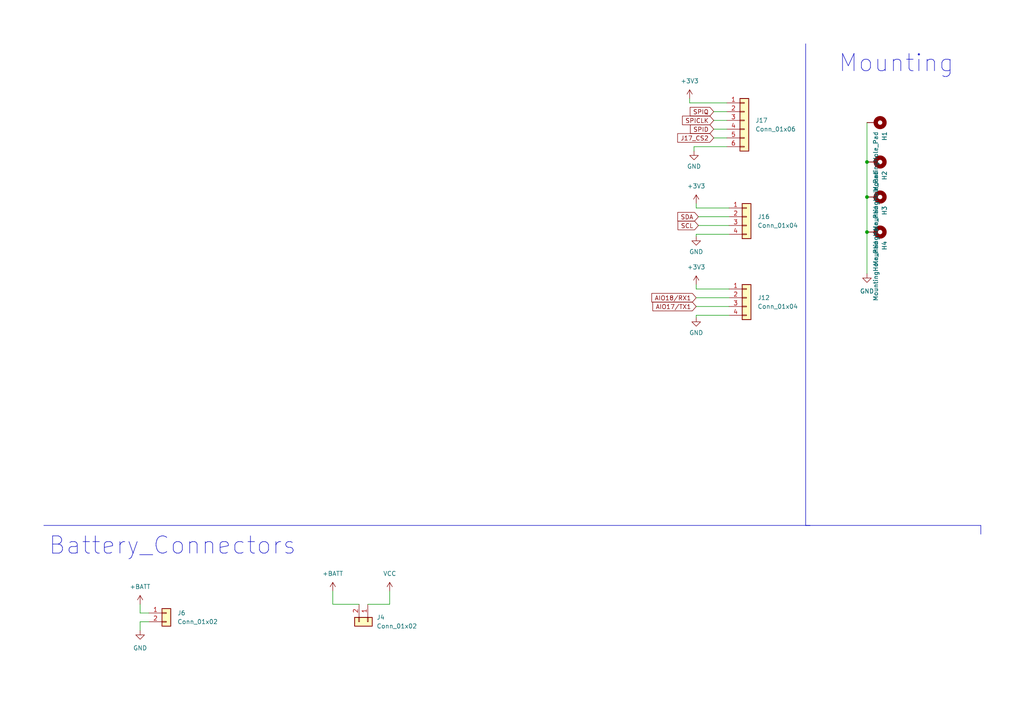
<source format=kicad_sch>
(kicad_sch (version 20230121) (generator eeschema)

  (uuid a9097a2a-9fde-42c6-a52b-6da2db85db8c)

  (paper "A4")

  (lib_symbols
    (symbol "Connector_Generic:Conn_01x02" (pin_names (offset 1.016) hide) (in_bom yes) (on_board yes)
      (property "Reference" "J" (at 0 2.54 0)
        (effects (font (size 1.27 1.27)))
      )
      (property "Value" "Conn_01x02" (at 0 -5.08 0)
        (effects (font (size 1.27 1.27)))
      )
      (property "Footprint" "" (at 0 0 0)
        (effects (font (size 1.27 1.27)) hide)
      )
      (property "Datasheet" "~" (at 0 0 0)
        (effects (font (size 1.27 1.27)) hide)
      )
      (property "ki_keywords" "connector" (at 0 0 0)
        (effects (font (size 1.27 1.27)) hide)
      )
      (property "ki_description" "Generic connector, single row, 01x02, script generated (kicad-library-utils/schlib/autogen/connector/)" (at 0 0 0)
        (effects (font (size 1.27 1.27)) hide)
      )
      (property "ki_fp_filters" "Connector*:*_1x??_*" (at 0 0 0)
        (effects (font (size 1.27 1.27)) hide)
      )
      (symbol "Conn_01x02_1_1"
        (rectangle (start -1.27 -2.413) (end 0 -2.667)
          (stroke (width 0.1524) (type default))
          (fill (type none))
        )
        (rectangle (start -1.27 0.127) (end 0 -0.127)
          (stroke (width 0.1524) (type default))
          (fill (type none))
        )
        (rectangle (start -1.27 1.27) (end 1.27 -3.81)
          (stroke (width 0.254) (type default))
          (fill (type background))
        )
        (pin passive line (at -5.08 0 0) (length 3.81)
          (name "Pin_1" (effects (font (size 1.27 1.27))))
          (number "1" (effects (font (size 1.27 1.27))))
        )
        (pin passive line (at -5.08 -2.54 0) (length 3.81)
          (name "Pin_2" (effects (font (size 1.27 1.27))))
          (number "2" (effects (font (size 1.27 1.27))))
        )
      )
    )
    (symbol "Connector_Generic:Conn_01x04" (pin_names (offset 1.016) hide) (in_bom yes) (on_board yes)
      (property "Reference" "J" (at 0 5.08 0)
        (effects (font (size 1.27 1.27)))
      )
      (property "Value" "Conn_01x04" (at 0 -7.62 0)
        (effects (font (size 1.27 1.27)))
      )
      (property "Footprint" "" (at 0 0 0)
        (effects (font (size 1.27 1.27)) hide)
      )
      (property "Datasheet" "~" (at 0 0 0)
        (effects (font (size 1.27 1.27)) hide)
      )
      (property "ki_keywords" "connector" (at 0 0 0)
        (effects (font (size 1.27 1.27)) hide)
      )
      (property "ki_description" "Generic connector, single row, 01x04, script generated (kicad-library-utils/schlib/autogen/connector/)" (at 0 0 0)
        (effects (font (size 1.27 1.27)) hide)
      )
      (property "ki_fp_filters" "Connector*:*_1x??_*" (at 0 0 0)
        (effects (font (size 1.27 1.27)) hide)
      )
      (symbol "Conn_01x04_1_1"
        (rectangle (start -1.27 -4.953) (end 0 -5.207)
          (stroke (width 0.1524) (type default))
          (fill (type none))
        )
        (rectangle (start -1.27 -2.413) (end 0 -2.667)
          (stroke (width 0.1524) (type default))
          (fill (type none))
        )
        (rectangle (start -1.27 0.127) (end 0 -0.127)
          (stroke (width 0.1524) (type default))
          (fill (type none))
        )
        (rectangle (start -1.27 2.667) (end 0 2.413)
          (stroke (width 0.1524) (type default))
          (fill (type none))
        )
        (rectangle (start -1.27 3.81) (end 1.27 -6.35)
          (stroke (width 0.254) (type default))
          (fill (type background))
        )
        (pin passive line (at -5.08 2.54 0) (length 3.81)
          (name "Pin_1" (effects (font (size 1.27 1.27))))
          (number "1" (effects (font (size 1.27 1.27))))
        )
        (pin passive line (at -5.08 0 0) (length 3.81)
          (name "Pin_2" (effects (font (size 1.27 1.27))))
          (number "2" (effects (font (size 1.27 1.27))))
        )
        (pin passive line (at -5.08 -2.54 0) (length 3.81)
          (name "Pin_3" (effects (font (size 1.27 1.27))))
          (number "3" (effects (font (size 1.27 1.27))))
        )
        (pin passive line (at -5.08 -5.08 0) (length 3.81)
          (name "Pin_4" (effects (font (size 1.27 1.27))))
          (number "4" (effects (font (size 1.27 1.27))))
        )
      )
    )
    (symbol "Connector_Generic:Conn_01x06" (pin_names (offset 1.016) hide) (in_bom yes) (on_board yes)
      (property "Reference" "J" (at 0 7.62 0)
        (effects (font (size 1.27 1.27)))
      )
      (property "Value" "Conn_01x06" (at 0 -10.16 0)
        (effects (font (size 1.27 1.27)))
      )
      (property "Footprint" "" (at 0 0 0)
        (effects (font (size 1.27 1.27)) hide)
      )
      (property "Datasheet" "~" (at 0 0 0)
        (effects (font (size 1.27 1.27)) hide)
      )
      (property "ki_keywords" "connector" (at 0 0 0)
        (effects (font (size 1.27 1.27)) hide)
      )
      (property "ki_description" "Generic connector, single row, 01x06, script generated (kicad-library-utils/schlib/autogen/connector/)" (at 0 0 0)
        (effects (font (size 1.27 1.27)) hide)
      )
      (property "ki_fp_filters" "Connector*:*_1x??_*" (at 0 0 0)
        (effects (font (size 1.27 1.27)) hide)
      )
      (symbol "Conn_01x06_1_1"
        (rectangle (start -1.27 -7.493) (end 0 -7.747)
          (stroke (width 0.1524) (type default))
          (fill (type none))
        )
        (rectangle (start -1.27 -4.953) (end 0 -5.207)
          (stroke (width 0.1524) (type default))
          (fill (type none))
        )
        (rectangle (start -1.27 -2.413) (end 0 -2.667)
          (stroke (width 0.1524) (type default))
          (fill (type none))
        )
        (rectangle (start -1.27 0.127) (end 0 -0.127)
          (stroke (width 0.1524) (type default))
          (fill (type none))
        )
        (rectangle (start -1.27 2.667) (end 0 2.413)
          (stroke (width 0.1524) (type default))
          (fill (type none))
        )
        (rectangle (start -1.27 5.207) (end 0 4.953)
          (stroke (width 0.1524) (type default))
          (fill (type none))
        )
        (rectangle (start -1.27 6.35) (end 1.27 -8.89)
          (stroke (width 0.254) (type default))
          (fill (type background))
        )
        (pin passive line (at -5.08 5.08 0) (length 3.81)
          (name "Pin_1" (effects (font (size 1.27 1.27))))
          (number "1" (effects (font (size 1.27 1.27))))
        )
        (pin passive line (at -5.08 2.54 0) (length 3.81)
          (name "Pin_2" (effects (font (size 1.27 1.27))))
          (number "2" (effects (font (size 1.27 1.27))))
        )
        (pin passive line (at -5.08 0 0) (length 3.81)
          (name "Pin_3" (effects (font (size 1.27 1.27))))
          (number "3" (effects (font (size 1.27 1.27))))
        )
        (pin passive line (at -5.08 -2.54 0) (length 3.81)
          (name "Pin_4" (effects (font (size 1.27 1.27))))
          (number "4" (effects (font (size 1.27 1.27))))
        )
        (pin passive line (at -5.08 -5.08 0) (length 3.81)
          (name "Pin_5" (effects (font (size 1.27 1.27))))
          (number "5" (effects (font (size 1.27 1.27))))
        )
        (pin passive line (at -5.08 -7.62 0) (length 3.81)
          (name "Pin_6" (effects (font (size 1.27 1.27))))
          (number "6" (effects (font (size 1.27 1.27))))
        )
      )
    )
    (symbol "Mechanical:MountingHole_Pad" (pin_numbers hide) (pin_names (offset 1.016) hide) (in_bom yes) (on_board yes)
      (property "Reference" "H" (at 0 6.35 0)
        (effects (font (size 1.27 1.27)))
      )
      (property "Value" "MountingHole_Pad" (at 0 4.445 0)
        (effects (font (size 1.27 1.27)))
      )
      (property "Footprint" "" (at 0 0 0)
        (effects (font (size 1.27 1.27)) hide)
      )
      (property "Datasheet" "~" (at 0 0 0)
        (effects (font (size 1.27 1.27)) hide)
      )
      (property "ki_keywords" "mounting hole" (at 0 0 0)
        (effects (font (size 1.27 1.27)) hide)
      )
      (property "ki_description" "Mounting Hole with connection" (at 0 0 0)
        (effects (font (size 1.27 1.27)) hide)
      )
      (property "ki_fp_filters" "MountingHole*Pad*" (at 0 0 0)
        (effects (font (size 1.27 1.27)) hide)
      )
      (symbol "MountingHole_Pad_0_1"
        (circle (center 0 1.27) (radius 1.27)
          (stroke (width 1.27) (type default))
          (fill (type none))
        )
      )
      (symbol "MountingHole_Pad_1_1"
        (pin input line (at 0 -2.54 90) (length 2.54)
          (name "1" (effects (font (size 1.27 1.27))))
          (number "1" (effects (font (size 1.27 1.27))))
        )
      )
    )
    (symbol "power:+3.3V" (power) (pin_names (offset 0)) (in_bom yes) (on_board yes)
      (property "Reference" "#PWR" (at 0 -3.81 0)
        (effects (font (size 1.27 1.27)) hide)
      )
      (property "Value" "+3.3V" (at 0 3.556 0)
        (effects (font (size 1.27 1.27)))
      )
      (property "Footprint" "" (at 0 0 0)
        (effects (font (size 1.27 1.27)) hide)
      )
      (property "Datasheet" "" (at 0 0 0)
        (effects (font (size 1.27 1.27)) hide)
      )
      (property "ki_keywords" "power-flag" (at 0 0 0)
        (effects (font (size 1.27 1.27)) hide)
      )
      (property "ki_description" "Power symbol creates a global label with name \"+3.3V\"" (at 0 0 0)
        (effects (font (size 1.27 1.27)) hide)
      )
      (symbol "+3.3V_0_1"
        (polyline
          (pts
            (xy -0.762 1.27)
            (xy 0 2.54)
          )
          (stroke (width 0) (type default))
          (fill (type none))
        )
        (polyline
          (pts
            (xy 0 0)
            (xy 0 2.54)
          )
          (stroke (width 0) (type default))
          (fill (type none))
        )
        (polyline
          (pts
            (xy 0 2.54)
            (xy 0.762 1.27)
          )
          (stroke (width 0) (type default))
          (fill (type none))
        )
      )
      (symbol "+3.3V_1_1"
        (pin power_in line (at 0 0 90) (length 0) hide
          (name "+3V3" (effects (font (size 1.27 1.27))))
          (number "1" (effects (font (size 1.27 1.27))))
        )
      )
    )
    (symbol "power:+BATT" (power) (pin_names (offset 0)) (in_bom yes) (on_board yes)
      (property "Reference" "#PWR" (at 0 -3.81 0)
        (effects (font (size 1.27 1.27)) hide)
      )
      (property "Value" "+BATT" (at 0 3.556 0)
        (effects (font (size 1.27 1.27)))
      )
      (property "Footprint" "" (at 0 0 0)
        (effects (font (size 1.27 1.27)) hide)
      )
      (property "Datasheet" "" (at 0 0 0)
        (effects (font (size 1.27 1.27)) hide)
      )
      (property "ki_keywords" "power-flag battery" (at 0 0 0)
        (effects (font (size 1.27 1.27)) hide)
      )
      (property "ki_description" "Power symbol creates a global label with name \"+BATT\"" (at 0 0 0)
        (effects (font (size 1.27 1.27)) hide)
      )
      (symbol "+BATT_0_1"
        (polyline
          (pts
            (xy -0.762 1.27)
            (xy 0 2.54)
          )
          (stroke (width 0) (type default))
          (fill (type none))
        )
        (polyline
          (pts
            (xy 0 0)
            (xy 0 2.54)
          )
          (stroke (width 0) (type default))
          (fill (type none))
        )
        (polyline
          (pts
            (xy 0 2.54)
            (xy 0.762 1.27)
          )
          (stroke (width 0) (type default))
          (fill (type none))
        )
      )
      (symbol "+BATT_1_1"
        (pin power_in line (at 0 0 90) (length 0) hide
          (name "+BATT" (effects (font (size 1.27 1.27))))
          (number "1" (effects (font (size 1.27 1.27))))
        )
      )
    )
    (symbol "power:GND" (power) (pin_names (offset 0)) (in_bom yes) (on_board yes)
      (property "Reference" "#PWR" (at 0 -6.35 0)
        (effects (font (size 1.27 1.27)) hide)
      )
      (property "Value" "GND" (at 0 -3.81 0)
        (effects (font (size 1.27 1.27)))
      )
      (property "Footprint" "" (at 0 0 0)
        (effects (font (size 1.27 1.27)) hide)
      )
      (property "Datasheet" "" (at 0 0 0)
        (effects (font (size 1.27 1.27)) hide)
      )
      (property "ki_keywords" "power-flag" (at 0 0 0)
        (effects (font (size 1.27 1.27)) hide)
      )
      (property "ki_description" "Power symbol creates a global label with name \"GND\" , ground" (at 0 0 0)
        (effects (font (size 1.27 1.27)) hide)
      )
      (symbol "GND_0_1"
        (polyline
          (pts
            (xy 0 0)
            (xy 0 -1.27)
            (xy 1.27 -1.27)
            (xy 0 -2.54)
            (xy -1.27 -1.27)
            (xy 0 -1.27)
          )
          (stroke (width 0) (type default))
          (fill (type none))
        )
      )
      (symbol "GND_1_1"
        (pin power_in line (at 0 0 270) (length 0) hide
          (name "GND" (effects (font (size 1.27 1.27))))
          (number "1" (effects (font (size 1.27 1.27))))
        )
      )
    )
    (symbol "power:VCC" (power) (pin_names (offset 0)) (in_bom yes) (on_board yes)
      (property "Reference" "#PWR" (at 0 -3.81 0)
        (effects (font (size 1.27 1.27)) hide)
      )
      (property "Value" "VCC" (at 0 3.81 0)
        (effects (font (size 1.27 1.27)))
      )
      (property "Footprint" "" (at 0 0 0)
        (effects (font (size 1.27 1.27)) hide)
      )
      (property "Datasheet" "" (at 0 0 0)
        (effects (font (size 1.27 1.27)) hide)
      )
      (property "ki_keywords" "power-flag" (at 0 0 0)
        (effects (font (size 1.27 1.27)) hide)
      )
      (property "ki_description" "Power symbol creates a global label with name \"VCC\"" (at 0 0 0)
        (effects (font (size 1.27 1.27)) hide)
      )
      (symbol "VCC_0_1"
        (polyline
          (pts
            (xy -0.762 1.27)
            (xy 0 2.54)
          )
          (stroke (width 0) (type default))
          (fill (type none))
        )
        (polyline
          (pts
            (xy 0 0)
            (xy 0 2.54)
          )
          (stroke (width 0) (type default))
          (fill (type none))
        )
        (polyline
          (pts
            (xy 0 2.54)
            (xy 0.762 1.27)
          )
          (stroke (width 0) (type default))
          (fill (type none))
        )
      )
      (symbol "VCC_1_1"
        (pin power_in line (at 0 0 90) (length 0) hide
          (name "VCC" (effects (font (size 1.27 1.27))))
          (number "1" (effects (font (size 1.27 1.27))))
        )
      )
    )
  )

  (junction (at 251.46 67.31) (diameter 0) (color 0 0 0 0)
    (uuid 59bc4b68-ebac-4b5a-96ab-72221910fb33)
  )
  (junction (at 251.46 46.99) (diameter 0) (color 0 0 0 0)
    (uuid 783d94de-351e-492a-b192-41f73a979ff7)
  )
  (junction (at 251.46 57.15) (diameter 0) (color 0 0 0 0)
    (uuid 8b5994a2-65a0-4973-900a-fbf7f33b80ff)
  )

  (wire (pts (xy 211.455 83.82) (xy 201.93 83.82))
    (stroke (width 0) (type default))
    (uuid 0a42a5ba-cb14-4bb0-975c-c64f4736bfd9)
  )
  (wire (pts (xy 200.025 28.575) (xy 200.025 29.845))
    (stroke (width 0) (type default))
    (uuid 0b33913f-a269-4423-a72a-0abda16c39c2)
  )
  (polyline (pts (xy 233.68 12.7) (xy 233.68 152.4))
    (stroke (width 0) (type default))
    (uuid 14bed621-7378-447b-b242-3f36600d06e3)
  )

  (wire (pts (xy 207.01 32.385) (xy 210.82 32.385))
    (stroke (width 0) (type default))
    (uuid 25610e1d-f532-4660-a6a0-d54522c5ccc3)
  )
  (wire (pts (xy 211.455 60.325) (xy 201.93 60.325))
    (stroke (width 0) (type default))
    (uuid 292ad88c-c609-4a34-b081-e3c201e5b969)
  )
  (polyline (pts (xy 12.7 152.4) (xy 284.48 152.4))
    (stroke (width 0) (type default))
    (uuid 2ce75bdf-664c-4949-8ff4-d2133062635e)
  )

  (wire (pts (xy 202.565 62.865) (xy 211.455 62.865))
    (stroke (width 0) (type default))
    (uuid 32273d73-9aea-43dc-8b1d-5fd14681d5b5)
  )
  (wire (pts (xy 251.46 35.56) (xy 251.46 46.99))
    (stroke (width 0) (type default))
    (uuid 33bc3ba9-b757-451e-9217-ce89b5ee23f8)
  )
  (wire (pts (xy 211.455 67.945) (xy 201.93 67.945))
    (stroke (width 0) (type default))
    (uuid 34f54799-d007-4803-95be-90acb9c9fde1)
  )
  (wire (pts (xy 251.46 67.31) (xy 251.46 79.375))
    (stroke (width 0) (type default))
    (uuid 357e9003-d80c-4e2b-8bef-07c331fec4ec)
  )
  (wire (pts (xy 210.82 42.545) (xy 201.295 42.545))
    (stroke (width 0) (type default))
    (uuid 4b522f1f-62ea-47e3-afaf-2405951d8a1a)
  )
  (wire (pts (xy 43.18 177.8) (xy 40.64 177.8))
    (stroke (width 0) (type default))
    (uuid 515767dd-d016-412f-a294-610c66613777)
  )
  (polyline (pts (xy 233.68 152.4) (xy 234.95 152.4))
    (stroke (width 0) (type default))
    (uuid 614ea16b-3d54-4f22-9ac6-eef2c305cb9e)
  )

  (wire (pts (xy 211.455 91.44) (xy 201.93 91.44))
    (stroke (width 0) (type default))
    (uuid 66417cf0-02e8-4b25-aa2f-20877cf0d16a)
  )
  (wire (pts (xy 201.295 42.545) (xy 201.295 43.815))
    (stroke (width 0) (type default))
    (uuid 66daa9c4-81b5-4c79-93e9-0eaaffc1b8b3)
  )
  (wire (pts (xy 201.93 59.055) (xy 201.93 60.325))
    (stroke (width 0) (type default))
    (uuid 6926cc5a-a9df-4cc2-8ad1-089b322765a5)
  )
  (wire (pts (xy 201.93 82.55) (xy 201.93 83.82))
    (stroke (width 0) (type default))
    (uuid 6d1a05c5-22e4-4d64-bfe4-b8a8fd0cfc1d)
  )
  (wire (pts (xy 207.01 40.005) (xy 210.82 40.005))
    (stroke (width 0) (type default))
    (uuid 78d999af-42b3-427f-899a-545de75b9744)
  )
  (wire (pts (xy 202.565 65.405) (xy 211.455 65.405))
    (stroke (width 0) (type default))
    (uuid 7ce2bf31-9258-4de9-bb68-9dc6bb16b718)
  )
  (wire (pts (xy 104.14 175.26) (xy 96.52 175.26))
    (stroke (width 0) (type default))
    (uuid 8040e46f-9085-4620-8205-879de521a2e4)
  )
  (wire (pts (xy 96.52 171.45) (xy 96.52 175.26))
    (stroke (width 0) (type default))
    (uuid 85009490-4cdb-4b0f-abc4-35962403c585)
  )
  (polyline (pts (xy 284.48 152.4) (xy 284.48 154.94))
    (stroke (width 0) (type default))
    (uuid 897b5cb1-654b-4f0f-a3ee-6bade42ffefb)
  )

  (wire (pts (xy 251.46 46.99) (xy 251.46 57.15))
    (stroke (width 0) (type default))
    (uuid 99043b71-9056-4c5e-a94f-c7db4ce1f750)
  )
  (wire (pts (xy 40.64 180.34) (xy 40.64 182.88))
    (stroke (width 0) (type default))
    (uuid 9f140f6f-b8f0-49f9-ac08-e17461d4abb1)
  )
  (wire (pts (xy 207.01 37.465) (xy 210.82 37.465))
    (stroke (width 0) (type default))
    (uuid a206be2c-ed72-4e1e-a18b-aa4335254628)
  )
  (wire (pts (xy 113.03 171.45) (xy 113.03 175.26))
    (stroke (width 0) (type default))
    (uuid a807dc60-dce8-4138-b1f5-06711ab9a280)
  )
  (wire (pts (xy 207.01 34.925) (xy 210.82 34.925))
    (stroke (width 0) (type default))
    (uuid ad16fc84-7c26-475e-9f0c-e00669788a6c)
  )
  (wire (pts (xy 201.93 86.36) (xy 211.455 86.36))
    (stroke (width 0) (type default))
    (uuid b0c0d847-340b-4225-acc1-183cc2ede9fd)
  )
  (wire (pts (xy 43.18 180.34) (xy 40.64 180.34))
    (stroke (width 0) (type default))
    (uuid ba25714a-2942-479c-86f0-781d4ddc3d33)
  )
  (wire (pts (xy 201.93 88.9) (xy 211.455 88.9))
    (stroke (width 0) (type default))
    (uuid c5706676-31c9-4d2a-97c0-0c5865317cd2)
  )
  (wire (pts (xy 251.46 57.15) (xy 251.46 67.31))
    (stroke (width 0) (type default))
    (uuid d3e44e41-09f5-4b93-8b45-a453002dd717)
  )
  (wire (pts (xy 210.82 29.845) (xy 200.025 29.845))
    (stroke (width 0) (type default))
    (uuid d5f3dda9-cb3e-4485-86a5-2024bbe7ba58)
  )
  (wire (pts (xy 201.93 91.44) (xy 201.93 92.075))
    (stroke (width 0) (type default))
    (uuid e68b3990-8a6b-4790-8c1b-dace56445be7)
  )
  (wire (pts (xy 106.68 175.26) (xy 113.03 175.26))
    (stroke (width 0) (type default))
    (uuid e74b4384-c2fb-41f1-b799-e1a0774d3edf)
  )
  (wire (pts (xy 40.64 175.26) (xy 40.64 177.8))
    (stroke (width 0) (type default))
    (uuid ef535116-2a8d-4f09-9e81-6f8d70d5ba44)
  )
  (wire (pts (xy 201.93 67.945) (xy 201.93 68.58))
    (stroke (width 0) (type default))
    (uuid f6248e18-9694-4940-9f52-e9013acaf5de)
  )

  (text "Mounting " (at 243.078 21.3868 0)
    (effects (font (size 5 5)) (justify left bottom))
    (uuid c5ae1d08-c422-4aff-8b02-bd2aee234fb0)
  )
  (text "Battery_Connectors" (at 13.97 161.29 0)
    (effects (font (size 5 5)) (justify left bottom))
    (uuid fdf4e96b-354a-4c9d-aac1-54e9c3c4df42)
  )

  (global_label "SPIQ" (shape input) (at 207.01 32.385 180) (fields_autoplaced)
    (effects (font (size 1.27 1.27)) (justify right))
    (uuid 0c853234-dedd-4390-ac6f-ca1db9045f47)
    (property "Intersheetrefs" "${INTERSHEET_REFS}" (at 200.271 32.3056 0)
      (effects (font (size 1.27 1.27)) (justify right) hide)
    )
  )
  (global_label "SPID" (shape input) (at 207.01 37.465 180) (fields_autoplaced)
    (effects (font (size 1.27 1.27)) (justify right))
    (uuid 2fd94add-0249-46fe-8670-53c50e379501)
    (property "Intersheetrefs" "${INTERSHEET_REFS}" (at 200.3315 37.3856 0)
      (effects (font (size 1.27 1.27)) (justify right) hide)
    )
  )
  (global_label "SCL" (shape input) (at 202.565 65.405 180) (fields_autoplaced)
    (effects (font (size 1.27 1.27)) (justify right))
    (uuid 52fe1d28-87b0-4d01-8fef-aad627a5b22f)
    (property "Intersheetrefs" "${INTERSHEET_REFS}" (at 196.7332 65.3256 0)
      (effects (font (size 1.27 1.27)) (justify right) hide)
    )
  )
  (global_label "SDA" (shape input) (at 202.565 62.865 180) (fields_autoplaced)
    (effects (font (size 1.27 1.27)) (justify right))
    (uuid 5db0e8f7-853d-4bfd-b058-31a29010fd44)
    (property "Intersheetrefs" "${INTERSHEET_REFS}" (at 196.6727 62.7856 0)
      (effects (font (size 1.27 1.27)) (justify right) hide)
    )
  )
  (global_label "AIO17{slash}TX1" (shape input) (at 201.93 88.9 180) (fields_autoplaced)
    (effects (font (size 1.27 1.27)) (justify right))
    (uuid 5e73c4df-15fd-406c-99e1-4923c12779c3)
    (property "Intersheetrefs" "${INTERSHEET_REFS}" (at 189.4458 88.9794 0)
      (effects (font (size 1.27 1.27)) (justify right) hide)
    )
  )
  (global_label "AIO18{slash}RX1" (shape input) (at 201.93 86.36 180) (fields_autoplaced)
    (effects (font (size 1.27 1.27)) (justify right))
    (uuid 6cc3b9cd-599d-4335-a54f-e9659eae73d5)
    (property "Intersheetrefs" "${INTERSHEET_REFS}" (at 189.1434 86.4394 0)
      (effects (font (size 1.27 1.27)) (justify right) hide)
    )
  )
  (global_label "J17_CS2" (shape input) (at 207.01 40.005 180) (fields_autoplaced)
    (effects (font (size 1.27 1.27)) (justify right))
    (uuid 74fff1ef-add4-482d-be3a-dce5dcca9104)
    (property "Intersheetrefs" "${INTERSHEET_REFS}" (at 196.6358 40.005 0)
      (effects (font (size 1.27 1.27)) (justify right) hide)
    )
  )
  (global_label "SPICLK" (shape input) (at 207.01 34.925 180) (fields_autoplaced)
    (effects (font (size 1.27 1.27)) (justify right))
    (uuid 7978c4a0-cf66-4cf0-8ba1-e6609225f7d5)
    (property "Intersheetrefs" "${INTERSHEET_REFS}" (at 198.0334 34.8456 0)
      (effects (font (size 1.27 1.27)) (justify right) hide)
    )
  )

  (symbol (lib_id "Mechanical:MountingHole_Pad") (at 254 67.31 270) (unit 1)
    (in_bom yes) (on_board yes) (dnp no) (fields_autoplaced)
    (uuid 04803f7f-b922-4266-9d25-b5dae9550206)
    (property "Reference" "H4" (at 256.5401 69.85 0)
      (effects (font (size 1.27 1.27)) (justify left))
    )
    (property "Value" "MountingHole_Pad" (at 254.0001 69.85 0)
      (effects (font (size 1.27 1.27)) (justify left))
    )
    (property "Footprint" "MountingHole:MountingHole_3.5mm_Pad" (at 254 67.31 0)
      (effects (font (size 1.27 1.27)) hide)
    )
    (property "Datasheet" "~" (at 254 67.31 0)
      (effects (font (size 1.27 1.27)) hide)
    )
    (pin "1" (uuid 58e1c615-0966-42a0-a91b-875b3d13162c))
    (instances
      (project "AvionicsV0"
        (path "/e63e39d7-6ac0-4ffd-8aa3-1841a4541b55/948e17a4-3323-4e8b-8f06-cbf9d51cce76"
          (reference "H4") (unit 1)
        )
      )
    )
  )

  (symbol (lib_id "Connector_Generic:Conn_01x04") (at 216.535 62.865 0) (unit 1)
    (in_bom yes) (on_board yes) (dnp no) (fields_autoplaced)
    (uuid 093b114e-95ed-40cd-82eb-3c0258fb005a)
    (property "Reference" "J16" (at 219.71 62.8649 0)
      (effects (font (size 1.27 1.27)) (justify left))
    )
    (property "Value" "Conn_01x04" (at 219.71 65.4049 0)
      (effects (font (size 1.27 1.27)) (justify left))
    )
    (property "Footprint" "Global Footprints:CONN_S4B-PH-SM4-TBLFSN_JST" (at 216.535 62.865 0)
      (effects (font (size 1.27 1.27)) hide)
    )
    (property "Datasheet" "~" (at 216.535 62.865 0)
      (effects (font (size 1.27 1.27)) hide)
    )
    (pin "1" (uuid d40f3698-0b0d-4efa-aac8-3d42ce62db59))
    (pin "2" (uuid 4af2d240-d2c2-4522-b989-a75432c13dd6))
    (pin "3" (uuid 68431322-b6f8-43eb-9e86-564d5d15728d))
    (pin "4" (uuid 1fa06c07-4b74-4a79-a9ba-d03e37b3e225))
    (instances
      (project "AvionicsV0"
        (path "/e63e39d7-6ac0-4ffd-8aa3-1841a4541b55/948e17a4-3323-4e8b-8f06-cbf9d51cce76"
          (reference "J16") (unit 1)
        )
      )
    )
  )

  (symbol (lib_id "power:VCC") (at 113.03 171.45 0) (unit 1)
    (in_bom yes) (on_board yes) (dnp no) (fields_autoplaced)
    (uuid 399f31f4-49d1-4d24-ae60-50873ef4a5cc)
    (property "Reference" "#PWR0122" (at 113.03 175.26 0)
      (effects (font (size 1.27 1.27)) hide)
    )
    (property "Value" "VCC" (at 113.03 166.37 0)
      (effects (font (size 1.27 1.27)))
    )
    (property "Footprint" "" (at 113.03 171.45 0)
      (effects (font (size 1.27 1.27)) hide)
    )
    (property "Datasheet" "" (at 113.03 171.45 0)
      (effects (font (size 1.27 1.27)) hide)
    )
    (pin "1" (uuid c88816f0-96fc-4148-80b4-0bff95e0c97c))
    (instances
      (project "AvionicsV0"
        (path "/e63e39d7-6ac0-4ffd-8aa3-1841a4541b55/948e17a4-3323-4e8b-8f06-cbf9d51cce76"
          (reference "#PWR0122") (unit 1)
        )
      )
    )
  )

  (symbol (lib_id "power:+3.3V") (at 201.93 59.055 0) (unit 1)
    (in_bom yes) (on_board yes) (dnp no) (fields_autoplaced)
    (uuid 4273cfb6-65f0-4c66-97b5-ecdc7302da1c)
    (property "Reference" "#PWR0176" (at 201.93 62.865 0)
      (effects (font (size 1.27 1.27)) hide)
    )
    (property "Value" "+3.3V" (at 201.93 53.975 0)
      (effects (font (size 1.27 1.27)))
    )
    (property "Footprint" "" (at 201.93 59.055 0)
      (effects (font (size 1.27 1.27)) hide)
    )
    (property "Datasheet" "" (at 201.93 59.055 0)
      (effects (font (size 1.27 1.27)) hide)
    )
    (pin "1" (uuid 27948daf-2c72-4d76-9bb2-d6479bf64580))
    (instances
      (project "AvionicsV0"
        (path "/e63e39d7-6ac0-4ffd-8aa3-1841a4541b55/948e17a4-3323-4e8b-8f06-cbf9d51cce76"
          (reference "#PWR0176") (unit 1)
        )
      )
    )
  )

  (symbol (lib_id "power:GND") (at 40.64 182.88 0) (unit 1)
    (in_bom yes) (on_board yes) (dnp no) (fields_autoplaced)
    (uuid 44d033ea-30c1-466e-9df6-8dc703944615)
    (property "Reference" "#PWR0125" (at 40.64 189.23 0)
      (effects (font (size 1.27 1.27)) hide)
    )
    (property "Value" "GND" (at 40.64 187.96 0)
      (effects (font (size 1.27 1.27)))
    )
    (property "Footprint" "" (at 40.64 182.88 0)
      (effects (font (size 1.27 1.27)) hide)
    )
    (property "Datasheet" "" (at 40.64 182.88 0)
      (effects (font (size 1.27 1.27)) hide)
    )
    (pin "1" (uuid ec8b9584-ee6c-4873-be3b-f1431ce34a1c))
    (instances
      (project "AvionicsV0"
        (path "/e63e39d7-6ac0-4ffd-8aa3-1841a4541b55/948e17a4-3323-4e8b-8f06-cbf9d51cce76"
          (reference "#PWR0125") (unit 1)
        )
      )
    )
  )

  (symbol (lib_id "Connector_Generic:Conn_01x02") (at 48.26 177.8 0) (unit 1)
    (in_bom yes) (on_board yes) (dnp no) (fields_autoplaced)
    (uuid 62e6bdff-cfbb-4ca4-8d2b-9934a718df37)
    (property "Reference" "J6" (at 51.435 177.7999 0)
      (effects (font (size 1.27 1.27)) (justify left))
    )
    (property "Value" "Conn_01x02" (at 51.435 180.3399 0)
      (effects (font (size 1.27 1.27)) (justify left))
    )
    (property "Footprint" "Global Footprints:OST_OSTTE020104" (at 48.26 177.8 0)
      (effects (font (size 1.27 1.27)) hide)
    )
    (property "Datasheet" "~" (at 48.26 177.8 0)
      (effects (font (size 1.27 1.27)) hide)
    )
    (pin "1" (uuid 373a5dc0-5202-499e-87ac-4e2cdf5dd02d))
    (pin "2" (uuid 15e42757-ad28-4802-82ca-f328f00173fd))
    (instances
      (project "AvionicsV0"
        (path "/e63e39d7-6ac0-4ffd-8aa3-1841a4541b55/948e17a4-3323-4e8b-8f06-cbf9d51cce76"
          (reference "J6") (unit 1)
        )
      )
    )
  )

  (symbol (lib_id "Connector_Generic:Conn_01x04") (at 216.535 86.36 0) (unit 1)
    (in_bom yes) (on_board yes) (dnp no) (fields_autoplaced)
    (uuid 6be8be66-ef90-4a56-bd8a-9d5ed4e60a8b)
    (property "Reference" "J12" (at 219.71 86.3599 0)
      (effects (font (size 1.27 1.27)) (justify left))
    )
    (property "Value" "Conn_01x04" (at 219.71 88.8999 0)
      (effects (font (size 1.27 1.27)) (justify left))
    )
    (property "Footprint" "Global Footprints:CONN_S4B-PH-SM4-TBLFSN_JST" (at 216.535 86.36 0)
      (effects (font (size 1.27 1.27)) hide)
    )
    (property "Datasheet" "~" (at 216.535 86.36 0)
      (effects (font (size 1.27 1.27)) hide)
    )
    (pin "1" (uuid 213bfbe0-3448-45a7-b876-c23e5b13d65d))
    (pin "2" (uuid fddf89ef-557e-493f-8d79-05760fbdfd96))
    (pin "3" (uuid 0212e66b-f670-442a-a85c-0fb7e80a6e14))
    (pin "4" (uuid 19977c76-2189-471e-a863-a65cc1cbf184))
    (instances
      (project "AvionicsV0"
        (path "/e63e39d7-6ac0-4ffd-8aa3-1841a4541b55/948e17a4-3323-4e8b-8f06-cbf9d51cce76"
          (reference "J12") (unit 1)
        )
      )
    )
  )

  (symbol (lib_id "power:+BATT") (at 96.52 171.45 0) (unit 1)
    (in_bom yes) (on_board yes) (dnp no) (fields_autoplaced)
    (uuid 6ccb8509-0a28-45b8-9448-0b3d320723fb)
    (property "Reference" "#PWR0121" (at 96.52 175.26 0)
      (effects (font (size 1.27 1.27)) hide)
    )
    (property "Value" "+BATT" (at 96.52 166.37 0)
      (effects (font (size 1.27 1.27)))
    )
    (property "Footprint" "" (at 96.52 171.45 0)
      (effects (font (size 1.27 1.27)) hide)
    )
    (property "Datasheet" "" (at 96.52 171.45 0)
      (effects (font (size 1.27 1.27)) hide)
    )
    (pin "1" (uuid 5fcb713d-d516-4afc-a911-c5ecdde8734e))
    (instances
      (project "AvionicsV0"
        (path "/e63e39d7-6ac0-4ffd-8aa3-1841a4541b55/948e17a4-3323-4e8b-8f06-cbf9d51cce76"
          (reference "#PWR0121") (unit 1)
        )
      )
    )
  )

  (symbol (lib_id "Connector_Generic:Conn_01x06") (at 215.9 34.925 0) (unit 1)
    (in_bom yes) (on_board yes) (dnp no) (fields_autoplaced)
    (uuid 6dcbde98-119f-4b3e-8182-879a79d4fbed)
    (property "Reference" "J17" (at 219.075 34.9249 0)
      (effects (font (size 1.27 1.27)) (justify left))
    )
    (property "Value" "Conn_01x06" (at 219.075 37.4649 0)
      (effects (font (size 1.27 1.27)) (justify left))
    )
    (property "Footprint" "Global Footprints:JST_S6B-PH-SM4-TB(LF)(SN)" (at 215.9 34.925 0)
      (effects (font (size 1.27 1.27)) hide)
    )
    (property "Datasheet" "~" (at 215.9 34.925 0)
      (effects (font (size 1.27 1.27)) hide)
    )
    (pin "1" (uuid eb6f0b7e-7e57-4ef6-affa-f88dc9e60f7a))
    (pin "2" (uuid f32e6b77-2cd1-483d-a9bd-1198a3e1b10d))
    (pin "3" (uuid fbd68acd-80f2-410c-ad00-7605e5a0db37))
    (pin "4" (uuid 9edf1717-2ba4-40e0-a937-b74ecd0e6003))
    (pin "5" (uuid d34268d8-a062-44dd-820a-570a995ac3cd))
    (pin "6" (uuid 498e8c70-8889-4357-810c-25f79b98585a))
    (instances
      (project "AvionicsV0"
        (path "/e63e39d7-6ac0-4ffd-8aa3-1841a4541b55/948e17a4-3323-4e8b-8f06-cbf9d51cce76"
          (reference "J17") (unit 1)
        )
      )
    )
  )

  (symbol (lib_id "power:GND") (at 251.46 79.375 0) (unit 1)
    (in_bom yes) (on_board yes) (dnp no) (fields_autoplaced)
    (uuid 73e78ff1-ed4c-48d1-b6a9-03cb8ec5f9a6)
    (property "Reference" "#PWR0158" (at 251.46 85.725 0)
      (effects (font (size 1.27 1.27)) hide)
    )
    (property "Value" "GND" (at 251.46 84.455 0)
      (effects (font (size 1.27 1.27)))
    )
    (property "Footprint" "" (at 251.46 79.375 0)
      (effects (font (size 1.27 1.27)) hide)
    )
    (property "Datasheet" "" (at 251.46 79.375 0)
      (effects (font (size 1.27 1.27)) hide)
    )
    (pin "1" (uuid 2e94084f-0194-4218-bd4e-8ef2615b3ad3))
    (instances
      (project "AvionicsV0"
        (path "/e63e39d7-6ac0-4ffd-8aa3-1841a4541b55/948e17a4-3323-4e8b-8f06-cbf9d51cce76"
          (reference "#PWR0158") (unit 1)
        )
      )
    )
  )

  (symbol (lib_id "power:+3.3V") (at 200.025 28.575 0) (unit 1)
    (in_bom yes) (on_board yes) (dnp no) (fields_autoplaced)
    (uuid 82b67738-e1a5-4811-96ab-6d8a9db03c57)
    (property "Reference" "#PWR0106" (at 200.025 32.385 0)
      (effects (font (size 1.27 1.27)) hide)
    )
    (property "Value" "+3.3V" (at 200.025 23.495 0)
      (effects (font (size 1.27 1.27)))
    )
    (property "Footprint" "" (at 200.025 28.575 0)
      (effects (font (size 1.27 1.27)) hide)
    )
    (property "Datasheet" "" (at 200.025 28.575 0)
      (effects (font (size 1.27 1.27)) hide)
    )
    (pin "1" (uuid 52496a52-2d73-4d3e-a2ce-9a31e285eb73))
    (instances
      (project "AvionicsV0"
        (path "/e63e39d7-6ac0-4ffd-8aa3-1841a4541b55/948e17a4-3323-4e8b-8f06-cbf9d51cce76"
          (reference "#PWR0106") (unit 1)
        )
      )
    )
  )

  (symbol (lib_id "power:+3.3V") (at 201.93 82.55 0) (unit 1)
    (in_bom yes) (on_board yes) (dnp no) (fields_autoplaced)
    (uuid 8582fa2f-71e9-48ed-845f-01d3ab78f175)
    (property "Reference" "#PWR0190" (at 201.93 86.36 0)
      (effects (font (size 1.27 1.27)) hide)
    )
    (property "Value" "+3.3V" (at 201.93 77.47 0)
      (effects (font (size 1.27 1.27)))
    )
    (property "Footprint" "" (at 201.93 82.55 0)
      (effects (font (size 1.27 1.27)) hide)
    )
    (property "Datasheet" "" (at 201.93 82.55 0)
      (effects (font (size 1.27 1.27)) hide)
    )
    (pin "1" (uuid f75b96cb-789c-48ad-9393-0d18be6e49ea))
    (instances
      (project "AvionicsV0"
        (path "/e63e39d7-6ac0-4ffd-8aa3-1841a4541b55/948e17a4-3323-4e8b-8f06-cbf9d51cce76"
          (reference "#PWR0190") (unit 1)
        )
      )
    )
  )

  (symbol (lib_id "Mechanical:MountingHole_Pad") (at 254 57.15 270) (unit 1)
    (in_bom yes) (on_board yes) (dnp no) (fields_autoplaced)
    (uuid 981a1b3c-61e7-42bc-bc28-5404ff7fed2d)
    (property "Reference" "H3" (at 256.5401 59.69 0)
      (effects (font (size 1.27 1.27)) (justify left))
    )
    (property "Value" "MountingHole_Pad" (at 254.0001 59.69 0)
      (effects (font (size 1.27 1.27)) (justify left))
    )
    (property "Footprint" "MountingHole:MountingHole_3.5mm_Pad" (at 254 57.15 0)
      (effects (font (size 1.27 1.27)) hide)
    )
    (property "Datasheet" "~" (at 254 57.15 0)
      (effects (font (size 1.27 1.27)) hide)
    )
    (pin "1" (uuid ea51ef56-024b-4853-8a98-985e9d841220))
    (instances
      (project "AvionicsV0"
        (path "/e63e39d7-6ac0-4ffd-8aa3-1841a4541b55/948e17a4-3323-4e8b-8f06-cbf9d51cce76"
          (reference "H3") (unit 1)
        )
      )
    )
  )

  (symbol (lib_id "power:GND") (at 201.93 68.58 0) (unit 1)
    (in_bom yes) (on_board yes) (dnp no) (fields_autoplaced)
    (uuid a6d1a905-da17-4819-b554-bd39d6ffe805)
    (property "Reference" "#PWR0175" (at 201.93 74.93 0)
      (effects (font (size 1.27 1.27)) hide)
    )
    (property "Value" "GND" (at 201.93 73.025 0)
      (effects (font (size 1.27 1.27)))
    )
    (property "Footprint" "" (at 201.93 68.58 0)
      (effects (font (size 1.27 1.27)) hide)
    )
    (property "Datasheet" "" (at 201.93 68.58 0)
      (effects (font (size 1.27 1.27)) hide)
    )
    (pin "1" (uuid 018a74a9-83ee-416a-ad74-597a1fe4539b))
    (instances
      (project "AvionicsV0"
        (path "/e63e39d7-6ac0-4ffd-8aa3-1841a4541b55/948e17a4-3323-4e8b-8f06-cbf9d51cce76"
          (reference "#PWR0175") (unit 1)
        )
      )
    )
  )

  (symbol (lib_id "power:GND") (at 201.93 92.075 0) (unit 1)
    (in_bom yes) (on_board yes) (dnp no) (fields_autoplaced)
    (uuid b7d633b1-9984-4680-89c4-ee6032cb59ba)
    (property "Reference" "#PWR0191" (at 201.93 98.425 0)
      (effects (font (size 1.27 1.27)) hide)
    )
    (property "Value" "GND" (at 201.93 96.52 0)
      (effects (font (size 1.27 1.27)))
    )
    (property "Footprint" "" (at 201.93 92.075 0)
      (effects (font (size 1.27 1.27)) hide)
    )
    (property "Datasheet" "" (at 201.93 92.075 0)
      (effects (font (size 1.27 1.27)) hide)
    )
    (pin "1" (uuid 7061a944-103c-4bfb-9315-08bcef2f62c1))
    (instances
      (project "AvionicsV0"
        (path "/e63e39d7-6ac0-4ffd-8aa3-1841a4541b55/948e17a4-3323-4e8b-8f06-cbf9d51cce76"
          (reference "#PWR0191") (unit 1)
        )
      )
    )
  )

  (symbol (lib_id "Connector_Generic:Conn_01x02") (at 106.68 180.34 270) (unit 1)
    (in_bom yes) (on_board yes) (dnp no) (fields_autoplaced)
    (uuid ba66c6b2-5201-40d3-9d86-cc28954c1e67)
    (property "Reference" "J4" (at 109.22 179.0699 90)
      (effects (font (size 1.27 1.27)) (justify left))
    )
    (property "Value" "Conn_01x02" (at 109.22 181.6099 90)
      (effects (font (size 1.27 1.27)) (justify left))
    )
    (property "Footprint" "Global Footprints:OST_OSTTE020104" (at 106.68 180.34 0)
      (effects (font (size 1.27 1.27)) hide)
    )
    (property "Datasheet" "~" (at 106.68 180.34 0)
      (effects (font (size 1.27 1.27)) hide)
    )
    (pin "1" (uuid 6f7d74a7-e282-4ad3-b23c-0607f4c58974))
    (pin "2" (uuid eb6c6a9e-fde0-4ab6-877b-ed853f8aab1b))
    (instances
      (project "AvionicsV0"
        (path "/e63e39d7-6ac0-4ffd-8aa3-1841a4541b55/948e17a4-3323-4e8b-8f06-cbf9d51cce76"
          (reference "J4") (unit 1)
        )
      )
    )
  )

  (symbol (lib_id "Mechanical:MountingHole_Pad") (at 254 46.99 270) (unit 1)
    (in_bom yes) (on_board yes) (dnp no) (fields_autoplaced)
    (uuid c4f8e878-0423-41d3-85fa-46f38983c67a)
    (property "Reference" "H2" (at 256.5401 49.53 0)
      (effects (font (size 1.27 1.27)) (justify left))
    )
    (property "Value" "MountingHole_Pad" (at 254.0001 49.53 0)
      (effects (font (size 1.27 1.27)) (justify left))
    )
    (property "Footprint" "MountingHole:MountingHole_3.5mm_Pad" (at 254 46.99 0)
      (effects (font (size 1.27 1.27)) hide)
    )
    (property "Datasheet" "~" (at 254 46.99 0)
      (effects (font (size 1.27 1.27)) hide)
    )
    (pin "1" (uuid 251ade2c-e1c8-4335-ab15-b1573b3e543c))
    (instances
      (project "AvionicsV0"
        (path "/e63e39d7-6ac0-4ffd-8aa3-1841a4541b55/948e17a4-3323-4e8b-8f06-cbf9d51cce76"
          (reference "H2") (unit 1)
        )
      )
    )
  )

  (symbol (lib_id "power:GND") (at 201.295 43.815 0) (unit 1)
    (in_bom yes) (on_board yes) (dnp no) (fields_autoplaced)
    (uuid c7a15b5e-6292-4a7e-b978-f9b3e6139608)
    (property "Reference" "#PWR0177" (at 201.295 50.165 0)
      (effects (font (size 1.27 1.27)) hide)
    )
    (property "Value" "GND" (at 201.295 48.26 0)
      (effects (font (size 1.27 1.27)))
    )
    (property "Footprint" "" (at 201.295 43.815 0)
      (effects (font (size 1.27 1.27)) hide)
    )
    (property "Datasheet" "" (at 201.295 43.815 0)
      (effects (font (size 1.27 1.27)) hide)
    )
    (pin "1" (uuid 3e8fed21-537e-41d5-988e-3add5253bb50))
    (instances
      (project "AvionicsV0"
        (path "/e63e39d7-6ac0-4ffd-8aa3-1841a4541b55/948e17a4-3323-4e8b-8f06-cbf9d51cce76"
          (reference "#PWR0177") (unit 1)
        )
      )
    )
  )

  (symbol (lib_id "power:+BATT") (at 40.64 175.26 0) (unit 1)
    (in_bom yes) (on_board yes) (dnp no) (fields_autoplaced)
    (uuid c87d41e7-b927-4152-a0c7-4a02a598c4ea)
    (property "Reference" "#PWR0126" (at 40.64 179.07 0)
      (effects (font (size 1.27 1.27)) hide)
    )
    (property "Value" "+BATT" (at 40.64 170.18 0)
      (effects (font (size 1.27 1.27)))
    )
    (property "Footprint" "" (at 40.64 175.26 0)
      (effects (font (size 1.27 1.27)) hide)
    )
    (property "Datasheet" "" (at 40.64 175.26 0)
      (effects (font (size 1.27 1.27)) hide)
    )
    (pin "1" (uuid 85817dfb-7e0a-4bc2-970b-74abff2e3425))
    (instances
      (project "AvionicsV0"
        (path "/e63e39d7-6ac0-4ffd-8aa3-1841a4541b55/948e17a4-3323-4e8b-8f06-cbf9d51cce76"
          (reference "#PWR0126") (unit 1)
        )
      )
    )
  )

  (symbol (lib_id "Mechanical:MountingHole_Pad") (at 254 35.56 270) (unit 1)
    (in_bom yes) (on_board yes) (dnp no) (fields_autoplaced)
    (uuid de09fd1a-26a8-4769-af3f-9cd5e161dd50)
    (property "Reference" "H1" (at 256.5401 38.1 0)
      (effects (font (size 1.27 1.27)) (justify left))
    )
    (property "Value" "MountingHole_Pad" (at 254.0001 38.1 0)
      (effects (font (size 1.27 1.27)) (justify left))
    )
    (property "Footprint" "MountingHole:MountingHole_3.5mm_Pad" (at 254 35.56 0)
      (effects (font (size 1.27 1.27)) hide)
    )
    (property "Datasheet" "~" (at 254 35.56 0)
      (effects (font (size 1.27 1.27)) hide)
    )
    (pin "1" (uuid 497c1702-992c-48f9-b649-d9d3911718ef))
    (instances
      (project "AvionicsV0"
        (path "/e63e39d7-6ac0-4ffd-8aa3-1841a4541b55/948e17a4-3323-4e8b-8f06-cbf9d51cce76"
          (reference "H1") (unit 1)
        )
      )
    )
  )
)

</source>
